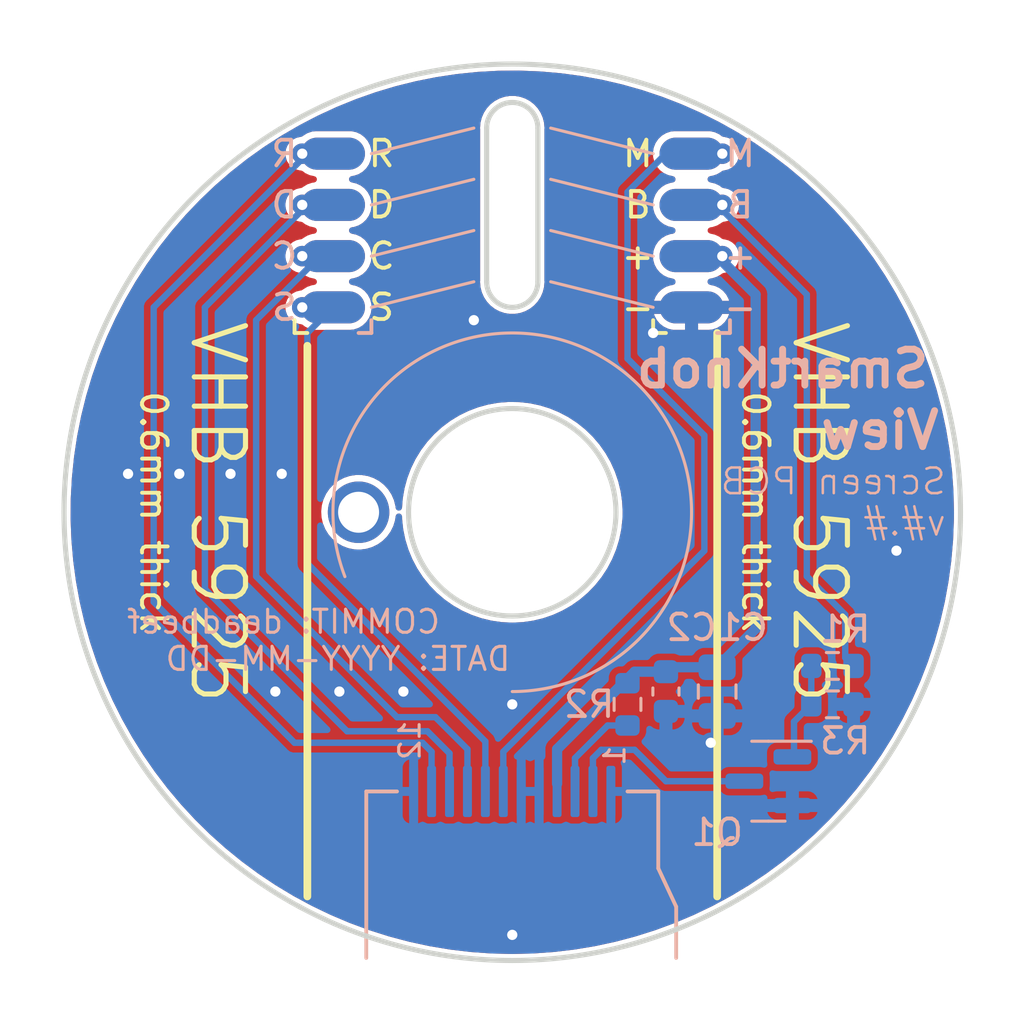
<source format=kicad_pcb>
(kicad_pcb (version 20241229) (generator "pcbnew") (generator_version "9.0")
  (layers (0 "F.Cu" signal) (2 "B.Cu" signal) (13 "F.Paste" user) (15 "B.Paste" user) (5 "F.SilkS" user "F.Silkscreen") (7 "B.SilkS" user "B.Silkscreen") (1 "F.Mask" user) (3 "B.Mask" user) (25 "Edge.Cuts" user))
  (property "COMMIT_DATE" "YYYY-MM-DD")
  (property "COMMIT_DATE_LONG" "YYYY-MM-DD HH:MM:SS TZ")
  (property "COMMIT_HASH" "deadbeef")
  (property "RELEASE_VERSION" "v#.#")
  (net 0 "")
  (net 1 "GND")
  (net 2 "/VDD")
  (net 3 "/DC")
  (net 4 "/BACKLIGHT_EN")
  (net 5 "/nRESET")
  (net 6 "/MOSI")
  (net 7 "/SCK")
  (net 8 "/nCS")
  (net 9 "/LEDA")
  (net 10 "/LEDK")
  (net 11 "Net-(Q1-Pad1)")
  (footprint "Holes:AlignmentHole_1.6" (layer "F.Cu") (at 94 100)
    (property "Reference" "H1" (hide yes))
    (property "Value" "AlignmentHole" (hide yes))
    (pad "1" thru_hole circle (at 0 0) (size 2.4 2.4) (drill 1.6) (layers "*.Cu" "*.Mask"))
  )
  (footprint "SolderPads:SolderPads_2mm_4" (layer "F.Cu") (at 93 92 90)
    (property "Reference" "J5" (hide yes))
    (property "Value" "Conn_01x04")
    (fp_line (start -0.5 -1.5) (end -1 -1.5) (stroke (width 0.15)) (layer "F.SilkS"))
    (fp_line (start -1 -1.5) (end -1 -1) (stroke (width 0.15)) (layer "F.SilkS"))
    (pad "1" smd oval (at 0 0 90) (size 1.25 2.5) (layers "F.Cu" "F.Mask") (net 8 "/nCS"))
    (pad "2" smd oval (at 2 0 90) (size 1.25 2.5) (layers "F.Cu" "F.Mask") (net 7 "/SCK"))
    (pad "3" smd oval (at 4 0 90) (size 1.25 2.5) (layers "F.Cu" "F.Mask") (net 6 "/MOSI"))
    (pad "4" smd oval (at 6 0 90) (size 1.25 2.5) (layers "F.Cu" "F.Mask") (net 5 "/nRESET"))
  )
  (footprint "SolderPads:SolderPads_2mm_4" (layer "F.Cu") (at 107 92 90)
    (property "Reference" "J4" (hide yes))
    (property "Value" "Conn_01x04")
    (fp_line (start -0.5 -1.5) (end -1 -1.5) (stroke (width 0.15)) (layer "F.SilkS"))
    (fp_line (start -1 -1.5) (end -1 -1) (stroke (width 0.15)) (layer "F.SilkS"))
    (pad "1" smd oval (at 0 0 90) (size 1.25 2.5) (layers "F.Cu" "F.Mask") (net 1 "GND"))
    (pad "2" smd oval (at 2 0 90) (size 1.25 2.5) (layers "F.Cu" "F.Mask") (net 2 "/VDD"))
    (pad "3" smd oval (at 4 0 90) (size 1.25 2.5) (layers "F.Cu" "F.Mask") (net 4 "/BACKLIGHT_EN"))
    (pad "4" smd oval (at 6 0 90) (size 1.25 2.5) (layers "F.Cu" "F.Mask") (net 3 "/DC"))
  )
  (footprint "LCD_GC9A01:GC9A01Round1.28" (layer "B.Cu") (at 100 110.9 90)
    (property "Reference" "J2" (hide yes))
    (property "Value" "GC9A01")
    (fp_line (start 0 -5.7) (end -6.5 -5.7) (stroke (width 0.15)) (layer "B.SilkS"))
    (fp_line (start 0 -5.7) (end 0 -4.5) (stroke (width 0.15)) (layer "B.SilkS"))
    (fp_line (start 0 5.7) (end 0 4.5) (stroke (width 0.15)) (layer "B.SilkS"))
    (fp_line (start 0 5.7) (end -3 5.7) (stroke (width 0.15)) (layer "B.SilkS"))
    (fp_line (start -4.5 6.4) (end -3 5.7) (stroke (width 0.15)) (layer "B.SilkS"))
    (fp_line (start -6.5 6.4) (end -4.5 6.4) (stroke (width 0.15)) (layer "B.SilkS"))
    (fp_text user "12" (at 2 -4 90) (layer "B.SilkS") (effects (font (size 0.8 0.8) (thickness 0.12)) (justify mirror)))
    (fp_text user "1" (at 1.4 4 90) (layer "B.SilkS") (effects (font (size 0.8 0.8) (thickness 0.12)) (justify mirror)))
    (pad "1" smd roundrect (at 0 3.85 90) (size 2 0.35) (layers "B.Cu" "B.Mask" "B.Paste") (net 1 "GND"))
    (pad "2" smd roundrect (at 0 3.15 90) (size 2 0.35) (layers "B.Cu" "B.Mask" "B.Paste") (net 10 "/LEDK"))
    (pad "3" smd roundrect (at 0 2.45 90) (size 2 0.35) (layers "B.Cu" "B.Mask" "B.Paste") (net 9 "/LEDA"))
    (pad "4" smd roundrect (at 0 1.75 90) (size 2 0.35) (layers "B.Cu" "B.Mask" "B.Paste") (net 2 "/VDD"))
    (pad "5" smd roundrect (at 0 1.05 90) (size 2 0.35) (layers "B.Cu" "B.Mask" "B.Paste") (net 1 "GND"))
    (pad "6" smd roundrect (at 0 0.35 90) (size 2 0.35) (layers "B.Cu" "B.Mask" "B.Paste") (net 1 "GND"))
    (pad "7" smd roundrect (at 0 -0.35 90) (size 2 0.35) (layers "B.Cu" "B.Mask" "B.Paste") (net 3 "/DC"))
    (pad "8" smd roundrect (at 0 -1.05 90) (size 2 0.35) (layers "B.Cu" "B.Mask" "B.Paste") (net 8 "/nCS"))
    (pad "9" smd roundrect (at 0 -1.75 90) (size 2 0.35) (layers "B.Cu" "B.Mask" "B.Paste") (net 7 "/SCK"))
    (pad "10" smd roundrect (at 0 -2.45 90) (size 2 0.35) (layers "B.Cu" "B.Mask" "B.Paste") (net 6 "/MOSI"))
    (pad "11" smd roundrect (at 0 -3.15 90) (size 2 0.35) (layers "B.Cu" "B.Mask" "B.Paste") (net 5 "/nRESET"))
    (pad "12" smd roundrect (at 0 -3.85 90) (size 2 0.35) (layers "B.Cu" "B.Mask" "B.Paste") (net 1 "GND"))
  )
  (footprint "Package_TO_SOT_SMD:SOT-23" (layer "B.Cu") (at 110 110.5 180)
    (property "Reference" "Q1" (at 2 -2 180) (layer "B.SilkS") (effects (justify mirror)))
    (property "Value" "2N7002")
    (fp_line (start 0 1.56) (end 0.65 1.56) (stroke (width 0.12)) (layer "B.SilkS"))
    (fp_line (start 0 1.56) (end -1.675 1.56) (stroke (width 0.12)) (layer "B.SilkS"))
    (fp_line (start 0 -1.56) (end 0.65 -1.56) (stroke (width 0.12)) (layer "B.SilkS"))
    (fp_line (start 0 -1.56) (end -0.65 -1.56) (stroke (width 0.12)) (layer "B.SilkS"))
    (pad "1" smd roundrect (at -0.9375 0.95 180) (size 1.475 0.6) (layers "B.Cu" "B.Mask" "B.Paste") (net 11 "Net-(Q1-Pad1)"))
    (pad "2" smd roundrect (at -0.9375 -0.95 180) (size 1.475 0.6) (layers "B.Cu" "B.Mask" "B.Paste") (net 1 "GND"))
    (pad "3" smd roundrect (at 0.9375 0 180) (size 1.475 0.6) (layers "B.Cu" "B.Mask" "B.Paste") (net 10 "/LEDK"))
  )
  (footprint "Resistor_SMD:R_0603_1608Metric" (layer "B.Cu") (at 112.5 106 180)
    (property "Reference" "R1" (at -0.5 1.43 0) (layer "B.SilkS") (effects (justify mirror)))
    (property "Value" "10k")
    (fp_line (start -0.237258 0.5225) (end 0.237258 0.5225) (stroke (width 0.12)) (layer "B.SilkS"))
    (fp_line (start -0.237258 -0.5225) (end 0.237258 -0.5225) (stroke (width 0.12)) (layer "B.SilkS"))
    (pad "1" smd roundrect (at -0.825 0 180) (size 0.8 0.95) (layers "B.Cu" "B.Mask" "B.Paste") (net 4 "/BACKLIGHT_EN"))
    (pad "2" smd roundrect (at 0.825 0 180) (size 0.8 0.95) (layers "B.Cu" "B.Mask" "B.Paste") (net 11 "Net-(Q1-Pad1)"))
  )
  (footprint "Resistor_SMD:R_0603_1608Metric" (layer "B.Cu") (at 104.5 107.5 -90)
    (property "Reference" "R2" (at 0 1.5 0) (layer "B.SilkS") (effects (justify mirror)))
    (property "Value" "22R")
    (fp_line (start -0.237258 0.5225) (end 0.237258 0.5225) (stroke (width 0.12)) (layer "B.SilkS"))
    (fp_line (start -0.237258 -0.5225) (end 0.237258 -0.5225) (stroke (width 0.12)) (layer "B.SilkS"))
    (pad "1" smd roundrect (at -0.825 0 270) (size 0.8 0.95) (layers "B.Cu" "B.Mask" "B.Paste") (net 2 "/VDD"))
    (pad "2" smd roundrect (at 0.825 0 270) (size 0.8 0.95) (layers "B.Cu" "B.Mask" "B.Paste") (net 9 "/LEDA"))
  )
  (footprint "Resistor_SMD:R_0603_1608Metric" (layer "B.Cu") (at 112.5 107.5)
    (property "Reference" "R3" (at 0.5 1.43 0) (layer "B.SilkS") (effects (justify mirror)))
    (property "Value" "1M")
    (fp_line (start -0.237258 -0.5225) (end 0.237258 -0.5225) (stroke (width 0.12)) (layer "B.SilkS"))
    (fp_line (start -0.237258 0.5225) (end 0.237258 0.5225) (stroke (width 0.12)) (layer "B.SilkS"))
    (pad "1" smd roundrect (at -0.825 0) (size 0.8 0.95) (layers "B.Cu" "B.Mask" "B.Paste") (net 11 "Net-(Q1-Pad1)"))
    (pad "2" smd roundrect (at 0.825 0) (size 0.8 0.95) (layers "B.Cu" "B.Mask" "B.Paste") (net 1 "GND"))
  )
  (footprint "Capacitor_SMD:C_0603_1608Metric" (layer "B.Cu") (at 106 107 -90)
    (property "Reference" "C2" (at -2.5 -1 0) (layer "B.SilkS") (effects (justify mirror)))
    (property "Value" "0.1uF")
    (fp_line (start -0.14058 0.51) (end 0.14058 0.51) (stroke (width 0.12)) (layer "B.SilkS"))
    (fp_line (start -0.14058 -0.51) (end 0.14058 -0.51) (stroke (width 0.12)) (layer "B.SilkS"))
    (pad "1" smd roundrect (at -0.775 0 270) (size 0.9 0.95) (layers "B.Cu" "B.Mask" "B.Paste") (net 2 "/VDD"))
    (pad "2" smd roundrect (at 0.775 0 270) (size 0.9 0.95) (layers "B.Cu" "B.Mask" "B.Paste") (net 1 "GND"))
  )
  (footprint "Capacitor_SMD:C_0805_2012Metric" (layer "B.Cu") (at 108 107 -90)
    (property "Reference" "C1" (at -2.5 -1 0) (layer "B.SilkS") (effects (justify mirror)))
    (property "Value" "22uF")
    (fp_line (start -0.261252 0.735) (end 0.261252 0.735) (stroke (width 0.12)) (layer "B.SilkS"))
    (fp_line (start -0.261252 -0.735) (end 0.261252 -0.735) (stroke (width 0.12)) (layer "B.SilkS"))
    (pad "1" smd roundrect (at -0.95 0 270) (size 1 1.45) (layers "B.Cu" "B.Mask" "B.Paste") (net 2 "/VDD"))
    (pad "2" smd roundrect (at 0.95 0 270) (size 1 1.45) (layers "B.Cu" "B.Mask" "B.Paste") (net 1 "GND"))
  )
  (footprint "SolderPads:SolderPads_2mm_4" (layer "B.Cu") (at 93 92 90)
    (property "Reference" "J3" (hide yes))
    (property "Value" "Conn_01x04")
    (fp_line (start -0.5 1.5) (end -1 1.5) (stroke (width 0.15)) (layer "B.SilkS"))
    (fp_line (start -1 1.5) (end -1 1) (stroke (width 0.15)) (layer "B.SilkS"))
    (pad "1" smd oval (at 0 0 90) (size 1.25 2.5) (layers "B.Cu" "B.Mask") (net 8 "/nCS"))
    (pad "2" smd oval (at 2 0 90) (size 1.25 2.5) (layers "B.Cu" "B.Mask") (net 7 "/SCK"))
    (pad "3" smd oval (at 4 0 90) (size 1.25 2.5) (layers "B.Cu" "B.Mask") (net 6 "/MOSI"))
    (pad "4" smd oval (at 6 0 90) (size 1.25 2.5) (layers "B.Cu" "B.Mask") (net 5 "/nRESET"))
  )
  (footprint "SolderPads:SolderPads_2mm_4" (layer "B.Cu") (at 107 92 90)
    (property "Reference" "J1" (hide yes))
    (property "Value" "Conn_01x04")
    (fp_line (start -0.5 1.5) (end -1 1.5) (stroke (width 0.15)) (layer "B.SilkS"))
    (fp_line (start -1 1.5) (end -1 1) (stroke (width 0.15)) (layer "B.SilkS"))
    (pad "1" smd oval (at 0 0 90) (size 1.25 2.5) (layers "B.Cu" "B.Mask") (net 1 "GND"))
    (pad "2" smd oval (at 2 0 90) (size 1.25 2.5) (layers "B.Cu" "B.Mask") (net 2 "/VDD"))
    (pad "3" smd oval (at 4 0 90) (size 1.25 2.5) (layers "B.Cu" "B.Mask") (net 4 "/BACKLIGHT_EN"))
    (pad "4" smd oval (at 6 0 90) (size 1.25 2.5) (layers "B.Cu" "B.Mask") (net 3 "/DC"))
  )
  (gr_line (start 92 93.5) (end 92 115) (stroke (width 0.3)) (layer "F.SilkS"))
  (gr_line (start 108 93) (end 108 115) (stroke (width 0.3)) (layer "F.SilkS"))
  (gr_arc (start 93.466581 102.512854) (mid 103.962955 94.229819) (end 100 107) (stroke (width 0.12)) (layer "B.SilkS"))
  (gr_line (start 98.5 85) (end 94.5 86) (stroke (width 0.12)) (layer "B.SilkS"))
  (gr_line (start 98.5 91) (end 94.5 92) (stroke (width 0.12)) (layer "B.SilkS"))
  (gr_line (start 101.5 85) (end 105.5 86) (stroke (width 0.12)) (layer "B.SilkS"))
  (gr_line (start 101.5 91) (end 105.5 92) (stroke (width 0.12)) (layer "B.SilkS"))
  (gr_line (start 101.5 89) (end 105.5 90) (stroke (width 0.12)) (layer "B.SilkS"))
  (gr_line (start 101.5 87) (end 105.5 88) (stroke (width 0.12)) (layer "B.SilkS"))
  (gr_line (start 98.5 87) (end 94.5 88) (stroke (width 0.12)) (layer "B.SilkS"))
  (gr_line (start 98.5 89) (end 94.5 90) (stroke (width 0.12)) (layer "B.SilkS"))
  (gr_arc (start 101 91) (mid 100 92) (end 99 91) (stroke (width 0.2)) (layer "Edge.Cuts"))
  (gr_line (start 99 85) (end 99 91) (stroke (width 0.2)) (layer "Edge.Cuts"))
  (gr_line (start 101 91) (end 101 85) (stroke (width 0.2)) (layer "Edge.Cuts"))
  (gr_arc (start 99 85) (mid 100 84) (end 101 85) (stroke (width 0.2)) (layer "Edge.Cuts"))
  (gr_circle (center 100 100) (end 117.5 100) (stroke (width 0.2)) (fill no) (layer "Edge.Cuts"))
  (gr_circle (center 100 100) (end 104.05 100) (stroke (width 0.2)) (fill no) (layer "Edge.Cuts"))
  (gr_text "0.6mm thick" (at 86 100 -90) (layer "F.SilkS") (effects (font (size 1 1))))
  (gr_text "VHB 5925" (at 88.5 100 -90) (layer "F.SilkS") (effects (font (size 2 2) (thickness 0.2))))
  (gr_text "D" (at 94.9 88 0) (layer "F.SilkS") (effects (font (size 1 1))))
  (gr_text "C" (at 94.9 90 0) (layer "F.SilkS") (effects (font (size 1 1))))
  (gr_text "S" (at 94.9 92 0) (layer "F.SilkS") (effects (font (size 1 1))))
  (gr_text "R" (at 94.9 86 0) (layer "F.SilkS") (effects (font (size 1 1))))
  (gr_text "-" (at 104.9 92 0) (layer "F.SilkS") (effects (font (size 1 1))))
  (gr_text "+" (at 104.9 90 0) (layer "F.SilkS") (effects (font (size 1 1))))
  (gr_text "M" (at 104.9 86 0) (layer "F.SilkS") (effects (font (size 1 1))))
  (gr_text "B" (at 104.9 88 0) (layer "F.SilkS") (effects (font (size 1 1))))
  (gr_text "0.6mm thick" (at 109.5 100 -90) (layer "F.SilkS") (effects (font (size 1 1))))
  (gr_text "VHB 5925" (at 112 100 -90) (layer "F.SilkS") (effects (font (size 2 2) (thickness 0.2))))
  (gr_text "    COMMIT: ${COMMIT_HASH}\nDATE: ${COMMIT_DATE}\n" (at 100 105 0) (layer "B.SilkS") (effects (font (size 0.9 0.9) (thickness 0.12)) (justify left mirror)))
  (gr_text "SmartKnob" (at 116.4 94.4 0) (layer "B.SilkS") (effects (font (size 1.4 1.4) (thickness 0.27)) (justify left mirror)))
  (gr_text "View" (at 116.8 96.8 0) (layer "B.SilkS") (effects (font (size 1.4 1.4) (thickness 0.27)) (justify left mirror)))
  (gr_text "R" (at 91.1 86 0) (layer "B.SilkS") (effects (font (size 1 1)) (justify mirror)))
  (gr_text "M" (at 108.9 86 0) (layer "B.SilkS") (effects (font (size 1 1)) (justify mirror)))
  (gr_text "S" (at 91.1 92 0) (layer "B.SilkS") (effects (font (size 1 1)) (justify mirror)))
  (gr_text "-" (at 108.9 92 0) (layer "B.SilkS") (effects (font (size 1 1)) (justify mirror)))
  (gr_text "D" (at 91.1 88 0) (layer "B.SilkS") (effects (font (size 1 1)) (justify mirror)))
  (gr_text "+" (at 108.9 90 0) (layer "B.SilkS") (effects (font (size 1 1)) (justify mirror)))
  (gr_text "Screen PCB\n${RELEASE_VERSION}" (at 117 99.6 0) (layer "B.SilkS") (effects (font (size 1 1) (thickness 0.1)) (justify left mirror)))
  (gr_text "C" (at 91.1 90 0) (layer "B.SilkS") (effects (font (size 1 1)) (justify mirror)))
  (gr_text "B" (at 108.9 88 0) (layer "B.SilkS") (effects (font (size 1 1)) (justify mirror)))
  (via (at 93.25 107) (size 0.8) (drill 0.4) (layers "F.Cu" "B.Cu") (net 1))
  (via (at 85 98.5) (size 0.8) (drill 0.4) (layers "F.Cu" "B.Cu") (net 1))
  (via (at 107.75 109) (size 0.8) (drill 0.4) (layers "F.Cu" "B.Cu") (net 1))
  (via (at 105.5 93) (size 0.8) (drill 0.4) (layers "F.Cu" "B.Cu") (net 1))
  (via (at 91 98.5) (size 0.8) (drill 0.4) (layers "F.Cu" "B.Cu") (net 1))
  (via (at 115 101.5) (size 0.8) (drill 0.4) (layers "F.Cu" "B.Cu") (net 1))
  (via (at 100 116.5) (size 0.8) (drill 0.4) (layers "F.Cu" "B.Cu") (net 1))
  (via (at 89 98.5) (size 0.8) (drill 0.4) (layers "F.Cu" "B.Cu") (net 1))
  (via (at 95.75 107) (size 0.8) (drill 0.4) (layers "F.Cu" "B.Cu") (net 1))
  (via (at 87 98.5) (size 0.8) (drill 0.4) (layers "F.Cu" "B.Cu") (net 1))
  (via (at 90.75 107) (size 0.8) (drill 0.4) (layers "F.Cu" "B.Cu") (net 1))
  (via (at 100 107.5) (size 0.8) (drill 0.4) (layers "F.Cu" "B.Cu") (net 1))
  (via (at 98.5 92.5) (size 0.8) (drill 0.4) (layers "F.Cu" "B.Cu") (net 1))
  (via (at 108.2 90) (size 0.8) (drill 0.4) (layers "F.Cu" "B.Cu") (net 2))
  (segment (start 101.75 109.25) (end 101.75 110.6) (width 0.4) (layer "B.Cu") (net 2))
  (segment (start 108 90) (end 109.5 91.5) (width 0.4) (layer "B.Cu") (net 2))
  (segment (start 109.5 104.55) (end 108 106.05) (width 0.4) (layer "B.Cu") (net 2))
  (segment (start 109.5 91.5) (end 109.5 104.55) (width 0.4) (layer "B.Cu") (net 2))
  (segment (start 106 106.225) (end 104.775 106.225) (width 0.4) (layer "B.Cu") (net 2))
  (segment (start 106.175 106.05) (end 106 106.225) (width 0.25) (layer "B.Cu") (net 2))
  (segment (start 108 106.05) (end 106.175 106.05) (width 0.4) (layer "B.Cu") (net 2))
  (segment (start 104.775 106.225) (end 101.75 109.25) (width 0.4) (layer "B.Cu") (net 2))
  (segment (start 108 90) (end 107 90) (width 0.4) (layer "B.Cu") (net 2))
  (via (at 108.2 86) (size 0.8) (drill 0.4) (layers "F.Cu" "B.Cu") (net 3))
  (segment (start 107.5 101.5) (end 107.5 97) (width 0.25) (layer "B.Cu") (net 3))
  (segment (start 99.65 110.6) (end 99.65 109.35) (width 0.25) (layer "B.Cu") (net 3))
  (segment (start 104.5 87.5) (end 106 86) (width 0.25) (layer "B.Cu") (net 3))
  (segment (start 106 86) (end 107 86) (width 0.25) (layer "B.Cu") (net 3))
  (segment (start 104.5 94) (end 104.5 87.5) (width 0.25) (layer "B.Cu") (net 3))
  (segment (start 99.65 109.35) (end 107.5 101.5) (width 0.25) (layer "B.Cu") (net 3))
  (segment (start 107.5 97) (end 104.5 94) (width 0.25) (layer "B.Cu") (net 3))
  (via (at 108.2 88) (size 0.8) (drill 0.4) (layers "F.Cu" "B.Cu") (net 4))
  (segment (start 113 105.675) (end 113.325 106) (width 0.25) (layer "B.Cu") (net 4))
  (segment (start 113 104) (end 113 105.675) (width 0.25) (layer "B.Cu") (net 4))
  (segment (start 111.5 102.5) (end 113 104) (width 0.25) (layer "B.Cu") (net 4))
  (segment (start 107 88) (end 108 88) (width 0.25) (layer "B.Cu") (net 4))
  (segment (start 111.5 91.5) (end 111.5 102.5) (width 0.25) (layer "B.Cu") (net 4))
  (segment (start 108 88) (end 111.5 91.5) (width 0.25) (layer "B.Cu") (net 4))
  (via (at 91.8 86) (size 0.8) (drill 0.4) (layers "F.Cu" "B.Cu") (net 5))
  (segment (start 96.5 109) (end 91.5 109) (width 0.25) (layer "B.Cu") (net 5))
  (segment (start 96.85 109.35) (end 96.5 109) (width 0.25) (layer "B.Cu") (net 5))
  (segment (start 96.85 110.6) (end 96.85 109.35) (width 0.25) (layer "B.Cu") (net 5))
  (segment (start 91.5 109) (end 86 103.5) (width 0.25) (layer "B.Cu") (net 5))
  (segment (start 86 103.5) (end 86 92) (width 0.25) (layer "B.Cu") (net 5))
  (segment (start 86 92) (end 92 86) (width 0.25) (layer "B.Cu") (net 5))
  (segment (start 92 86) (end 93 86) (width 0.25) (layer "B.Cu") (net 5))
  (via (at 91.8 88) (size 0.8) (drill 0.4) (layers "F.Cu" "B.Cu") (net 6))
  (segment (start 88 103) (end 93.549991 108.549991) (width 0.25) (layer "B.Cu") (net 6))
  (segment (start 93.549991 108.549991) (end 96.686401 108.549991) (width 0.25) (layer "B.Cu") (net 6))
  (segment (start 92 88) (end 88 92) (width 0.25) (layer "B.Cu") (net 6))
  (segment (start 88 92) (end 88 103) (width 0.25) (layer "B.Cu") (net 6))
  (segment (start 96.686401 108.549991) (end 97.55 109.413589) (width 0.25) (layer "B.Cu") (net 6))
  (segment (start 93 88) (end 92 88) (width 0.25) (layer "B.Cu") (net 6))
  (segment (start 97.55 109.413589) (end 97.55 110.6) (width 0.25) (layer "B.Cu") (net 6))
  (via (at 91.8 90) (size 0.8) (drill 0.4) (layers "F.Cu" "B.Cu") (net 7))
  (segment (start 92.5 90) (end 93 90) (width 0.25) (layer "B.Cu") (net 7))
  (segment (start 98.25 110.6) (end 98.25 109.25) (width 0.25) (layer "B.Cu") (net 7))
  (segment (start 95.5 108) (end 90 102.5) (width 0.25) (layer "B.Cu") (net 7))
  (segment (start 97 108) (end 95.5 108) (width 0.25) (layer "B.Cu") (net 7))
  (segment (start 98.25 109.25) (end 97 108) (width 0.25) (layer "B.Cu") (net 7))
  (segment (start 90 102.5) (end 90 92.5) (width 0.25) (layer "B.Cu") (net 7))
  (segment (start 90 92.5) (end 92.5 90) (width 0.25) (layer "B.Cu") (net 7))
  (via (at 91.8 92) (size 0.8) (drill 0.4) (layers "F.Cu" "B.Cu") (net 8))
  (segment (start 92 93) (end 93 92) (width 0.25) (layer "B.Cu") (net 8))
  (segment (start 92 102) (end 92 93) (width 0.25) (layer "B.Cu") (net 8))
  (segment (start 98.95 110.6) (end 98.95 108.95) (width 0.25) (layer "B.Cu") (net 8))
  (segment (start 98.95 108.95) (end 92 102) (width 0.25) (layer "B.Cu") (net 8))
  (segment (start 103.725 108.325) (end 104.5 108.325) (width 0.25) (layer "B.Cu") (net 9))
  (segment (start 102.45 109.6) (end 103.725 108.325) (width 0.25) (layer "B.Cu") (net 9))
  (segment (start 102.45 110.6) (end 102.45 109.6) (width 0.25) (layer "B.Cu") (net 9))
  (segment (start 103.15 109.6) (end 103.47501 109.27499) (width 0.25) (layer "B.Cu") (net 10))
  (segment (start 104.77499 109.27499) (end 106 110.5) (width 0.25) (layer "B.Cu") (net 10))
  (segment (start 103.47501 109.27499) (end 104.77499 109.27499) (width 0.25) (layer "B.Cu") (net 10))
  (segment (start 103.15 110.6) (end 103.15 109.6) (width 0.25) (layer "B.Cu") (net 10))
  (segment (start 106 110.5) (end 109 110.5) (width 0.25) (layer "B.Cu") (net 10))
  (segment (start 111 108.175) (end 111.675 107.5) (width 0.25) (layer "B.Cu") (net 11))
  (segment (start 111.675 106) (end 111.675 107.5) (width 0.25) (layer "B.Cu") (net 11))
  (segment (start 111 109.55) (end 111 108.175) (width 0.25) (layer "B.Cu") (net 11))
  (zone (net 1) (net_name "GND") (layer "F.Cu") (connect_pads (clearance 0.254)) (min_thickness 0.254) (fill yes (thermal_gap 0.254) (thermal_bridge_width 0.508))
    (polygon (pts (xy 120 120) (xy 80 120) (xy 80 80) (xy 120 80)))
  )
  (zone (net 1) (net_name "GND") (layer "B.Cu") (connect_pads (clearance 0.254)) (min_thickness 0.254) (fill yes (thermal_gap 0.254) (thermal_bridge_width 0.508))
    (polygon (pts (xy 120 120) (xy 80 120) (xy 80 80) (xy 120 80)))
  )
)
</source>
